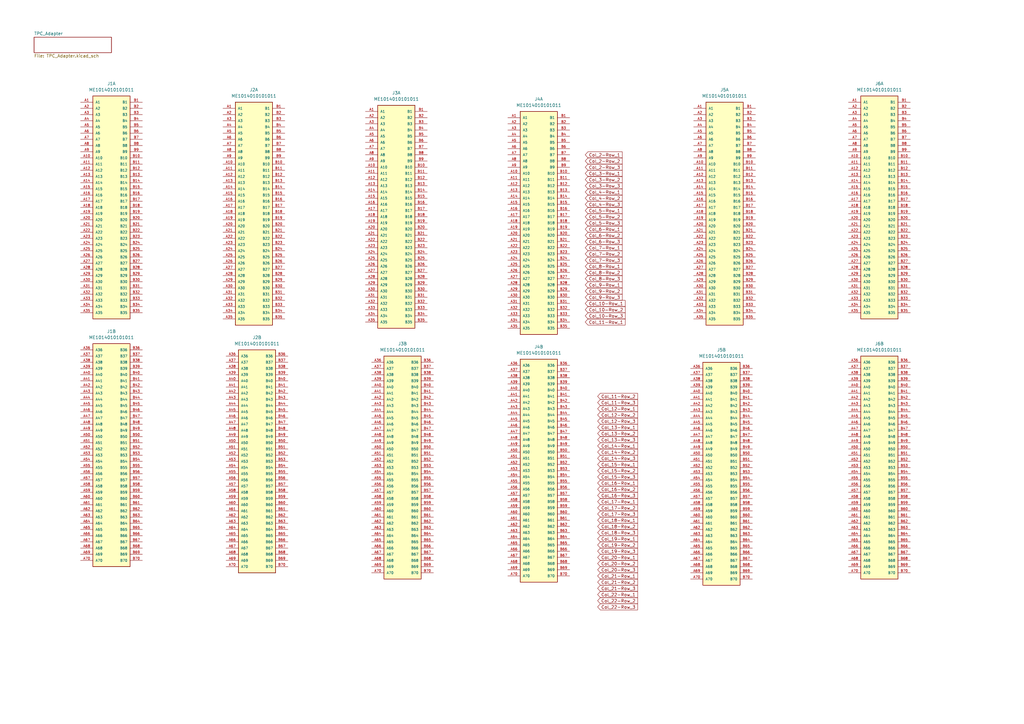
<source format=kicad_sch>
(kicad_sch (version 20231120) (generator "eeschema") (generator_version "8.0")
  (paper "A3")
  (lib_symbols
    (symbol "HYDRA_Amphenol_card:ME1014010101011" (pin_names (offset 1.016))
      (property "Reference" "J1" (at 0 50.8 0))
      (property "Value" "ME1014010101011" (at 0 48.26 0))
      (symbol "ME1014010101011_1_0"
        (rectangle (start -7.62 -45.72) (end 7.62 45.72) (stroke (width 0.254)) (fill (type background)))
        (pin passive line (at -12.7 43.18 0) (length 5.08) (name "A1") (number "A1"))
        (pin passive line (at -12.7 20.32 0) (length 5.08) (name "A10") (number "A10"))
        (pin passive line (at -12.7 17.78 0) (length 5.08) (name "A11") (number "A11"))
        (pin passive line (at -12.7 15.24 0) (length 5.08) (name "A12") (number "A12"))
        (pin passive line (at -12.7 12.7 0) (length 5.08) (name "A13") (number "A13"))
        (pin passive line (at -12.7 10.16 0) (length 5.08) (name "A14") (number "A14"))
        (pin passive line (at -12.7 7.62 0) (length 5.08) (name "A15") (number "A15"))
        (pin passive line (at -12.7 5.08 0) (length 5.08) (name "A16") (number "A16"))
        (pin passive line (at -12.7 2.54 0) (length 5.08) (name "A17") (number "A17"))
        (pin passive line (at -12.7 0 0) (length 5.08) (name "A18") (number "A18"))
        (pin passive line (at -12.7 -2.54 0) (length 5.08) (name "A19") (number "A19"))
        (pin passive line (at -12.7 40.64 0) (length 5.08) (name "A2") (number "A2"))
        (pin passive line (at -12.7 -5.08 0) (length 5.08) (name "A20") (number "A20"))
        (pin passive line (at -12.7 -7.62 0) (length 5.08) (name "A21") (number "A21"))
        (pin passive line (at -12.7 -10.16 0) (length 5.08) (name "A22") (number "A22"))
        (pin passive line (at -12.7 -12.7 0) (length 5.08) (name "A23") (number "A23"))
        (pin passive line (at -12.7 -15.24 0) (length 5.08) (name "A24") (number "A24"))
        (pin passive line (at -12.7 -17.78 0) (length 5.08) (name "A25") (number "A25"))
        (pin passive line (at -12.7 -20.32 0) (length 5.08) (name "A26") (number "A26"))
        (pin passive line (at -12.7 -22.86 0) (length 5.08) (name "A27") (number "A27"))
        (pin passive line (at -12.7 -25.4 0) (length 5.08) (name "A28") (number "A28"))
        (pin passive line (at -12.7 -27.94 0) (length 5.08) (name "A29") (number "A29"))
        (pin passive line (at -12.7 38.1 0) (length 5.08) (name "A3") (number "A3"))
        (pin passive line (at -12.7 -30.48 0) (length 5.08) (name "A30") (number "A30"))
        (pin passive line (at -12.7 -33.02 0) (length 5.08) (name "A31") (number "A31"))
        (pin passive line (at -12.7 -35.56 0) (length 5.08) (name "A32") (number "A32"))
        (pin passive line (at -12.7 -38.1 0) (length 5.08) (name "A33") (number "A33"))
        (pin passive line (at -12.7 -40.64 0) (length 5.08) (name "A34") (number "A34"))
        (pin passive line (at -12.7 -43.18 0) (length 5.08) (name "A35") (number "A35"))
        (pin passive line (at -12.7 35.56 0) (length 5.08) (name "A4") (number "A4"))
        (pin passive line (at -12.7 33.02 0) (length 5.08) (name "A5") (number "A5"))
        (pin passive line (at -12.7 30.48 0) (length 5.08) (name "A6") (number "A6"))
        (pin passive line (at -12.7 27.94 0) (length 5.08) (name "A7") (number "A7"))
        (pin passive line (at -12.7 25.4 0) (length 5.08) (name "A8") (number "A8"))
        (pin passive line (at -12.7 22.86 0) (length 5.08) (name "A9") (number "A9"))
        (pin passive line (at 12.7 43.18 180) (length 5.08) (name "B1") (number "B1"))
        (pin passive line (at 12.7 20.32 180) (length 5.08) (name "B10") (number "B10"))
        (pin passive line (at 12.7 17.78 180) (length 5.08) (name "B11") (number "B11"))
        (pin passive line (at 12.7 15.24 180) (length 5.08) (name "B12") (number "B12"))
        (pin passive line (at 12.7 12.7 180) (length 5.08) (name "B13") (number "B13"))
        (pin passive line (at 12.7 10.16 180) (length 5.08) (name "B14") (number "B14"))
        (pin passive line (at 12.7 7.62 180) (length 5.08) (name "B15") (number "B15"))
        (pin passive line (at 12.7 5.08 180) (length 5.08) (name "B16") (number "B16"))
        (pin passive line (at 12.7 2.54 180) (length 5.08) (name "B17") (number "B17"))
        (pin passive line (at 12.7 0 180) (length 5.08) (name "B18") (number "B18"))
        (pin passive line (at 12.7 -2.54 180) (length 5.08) (name "B19") (number "B19"))
        (pin passive line (at 12.7 40.64 180) (length 5.08) (name "B2") (number "B2"))
        (pin passive line (at 12.7 -5.08 180) (length 5.08) (name "B20") (number "B20"))
        (pin passive line (at 12.7 -7.62 180) (length 5.08) (name "B21") (number "B21"))
        (pin passive line (at 12.7 -10.16 180) (length 5.08) (name "B22") (number "B22"))
        (pin passive line (at 12.7 -12.7 180) (length 5.08) (name "B23") (number "B23"))
        (pin passive line (at 12.7 -15.24 180) (length 5.08) (name "B24") (number "B24"))
        (pin passive line (at 12.7 -17.78 180) (length 5.08) (name "B25") (number "B25"))
        (pin passive line (at 12.7 -20.32 180) (length 5.08) (name "B26") (number "B26"))
        (pin passive line (at 12.7 -22.86 180) (length 5.08) (name "B27") (number "B27"))
        (pin passive line (at 12.7 -25.4 180) (length 5.08) (name "B28") (number "B28"))
        (pin passive line (at 12.7 -27.94 180) (length 5.08) (name "B29") (number "B29"))
        (pin passive line (at 12.7 38.1 180) (length 5.08) (name "B3") (number "B3"))
        (pin passive line (at 12.7 -30.48 180) (length 5.08) (name "B30") (number "B30"))
        (pin passive line (at 12.7 -33.02 180) (length 5.08) (name "B31") (number "B31"))
        (pin passive line (at 12.7 -35.56 180) (length 5.08) (name "B32") (number "B32"))
        (pin passive line (at 12.7 -38.1 180) (length 5.08) (name "B33") (number "B33"))
        (pin passive line (at 12.7 -40.64 180) (length 5.08) (name "B34") (number "B34"))
        (pin passive line (at 12.7 -43.18 180) (length 5.08) (name "B35") (number "B35"))
        (pin passive line (at 12.7 35.56 180) (length 5.08) (name "B4") (number "B4"))
        (pin passive line (at 12.7 33.02 180) (length 5.08) (name "B5") (number "B5"))
        (pin passive line (at 12.7 30.48 180) (length 5.08) (name "B6") (number "B6"))
        (pin passive line (at 12.7 27.94 180) (length 5.08) (name "B7") (number "B7"))
        (pin passive line (at 12.7 25.4 180) (length 5.08) (name "B8") (number "B8"))
        (pin passive line (at 12.7 22.86 180) (length 5.08) (name "B9") (number "B9"))
      )
      (symbol "ME1014010101011_2_0"
        (rectangle (start -7.62 -45.72) (end 7.62 45.72) (stroke (width 0.254)) (fill (type background)))
        (pin passive line (at -12.7 43.18 0) (length 5.08) (name "A36") (number "A36"))
        (pin passive line (at -12.7 40.64 0) (length 5.08) (name "A37") (number "A37"))
        (pin passive line (at -12.7 38.1 0) (length 5.08) (name "A38") (number "A38"))
        (pin passive line (at -12.7 35.56 0) (length 5.08) (name "A39") (number "A39"))
        (pin passive line (at -12.7 33.02 0) (length 5.08) (name "A40") (number "A40"))
        (pin passive line (at -12.7 30.48 0) (length 5.08) (name "A41") (number "A41"))
        (pin passive line (at -12.7 27.94 0) (length 5.08) (name "A42") (number "A42"))
        (pin passive line (at -12.7 25.4 0) (length 5.08) (name "A43") (number "A43"))
        (pin passive line (at -12.7 22.86 0) (length 5.08) (name "A44") (number "A44"))
        (pin passive line (at -12.7 20.32 0) (length 5.08) (name "A45") (number "A45"))
        (pin passive line (at -12.7 17.78 0) (length 5.08) (name "A46") (number "A46"))
        (pin passive line (at -12.7 15.24 0) (length 5.08) (name "A47") (number "A47"))
        (pin passive line (at -12.7 12.7 0) (length 5.08) (name "A48") (number "A48"))
        (pin passive line (at -12.7 10.16 0) (length 5.08) (name "A49") (number "A49"))
        (pin passive line (at -12.7 7.62 0) (length 5.08) (name "A50") (number "A50"))
        (pin passive line (at -12.7 5.08 0) (length 5.08) (name "A51") (number "A51"))
        (pin passive line (at -12.7 2.54 0) (length 5.08) (name "A52") (number "A52"))
        (pin passive line (at -12.7 0 0) (length 5.08) (name "A53") (number "A53"))
        (pin passive line (at -12.7 -2.54 0) (length 5.08) (name "A54") (number "A54"))
        (pin passive line (at -12.7 -5.08 0) (length 5.08) (name "A55") (number "A55"))
        (pin passive line (at -12.7 -7.62 0) (length 5.08) (name "A56") (number "A56"))
        (pin passive line (at -12.7 -10.16 0) (length 5.08) (name "A57") (number "A57"))
        (pin passive line (at -12.7 -12.7 0) (length 5.08) (name "A58") (number "A58"))
        (pin passive line (at -12.7 -15.24 0) (length 5.08) (name "A59") (number "A59"))
        (pin passive line (at -12.7 -17.78 0) (length 5.08) (name "A60") (number "A60"))
        (pin passive line (at -12.7 -20.32 0) (length 5.08) (name "A61") (number "A61"))
        (pin passive line (at -12.7 -22.86 0) (length 5.08) (name "A62") (number "A62"))
        (pin passive line (at -12.7 -25.4 0) (length 5.08) (name "A63") (number "A63"))
        (pin passive line (at -12.7 -27.94 0) (length 5.08) (name "A64") (number "A64"))
        (pin passive line (at -12.7 -30.48 0) (length 5.08) (name "A65") (number "A65"))
        (pin passive line (at -12.7 -33.02 0) (length 5.08) (name "A66") (number "A66"))
        (pin passive line (at -12.7 -35.56 0) (length 5.08) (name "A67") (number "A67"))
        (pin passive line (at -12.7 -38.1 0) (length 5.08) (name "A68") (number "A68"))
        (pin passive line (at -12.7 -40.64 0) (length 5.08) (name "A69") (number "A69"))
        (pin passive line (at -12.7 -43.18 0) (length 5.08) (name "A70") (number "A70"))
        (pin passive line (at 12.7 43.18 180) (length 5.08) (name "B36") (number "B36"))
        (pin passive line (at 12.7 40.64 180) (length 5.08) (name "B37") (number "B37"))
        (pin passive line (at 12.7 38.1 180) (length 5.08) (name "B38") (number "B38"))
        (pin passive line (at 12.7 35.56 180) (length 5.08) (name "B39") (number "B39"))
        (pin passive line (at 12.7 33.02 180) (length 5.08) (name "B40") (number "B40"))
        (pin passive line (at 12.7 30.48 180) (length 5.08) (name "B41") (number "B41"))
        (pin passive line (at 12.7 27.94 180) (length 5.08) (name "B42") (number "B42"))
        (pin passive line (at 12.7 25.4 180) (length 5.08) (name "B43") (number "B43"))
        (pin passive line (at 12.7 22.86 180) (length 5.08) (name "B44") (number "B44"))
        (pin passive line (at 12.7 20.32 180) (length 5.08) (name "B45") (number "B45"))
        (pin passive line (at 12.7 17.78 180) (length 5.08) (name "B46") (number "B46"))
        (pin passive line (at 12.7 15.24 180) (length 5.08) (name "B47") (number "B47"))
        (pin passive line (at 12.7 12.7 180) (length 5.08) (name "B48") (number "B48"))
        (pin passive line (at 12.7 10.16 180) (length 5.08) (name "B49") (number "B49"))
        (pin passive line (at 12.7 7.62 180) (length 5.08) (name "B50") (number "B50"))
        (pin passive line (at 12.7 5.08 180) (length 5.08) (name "B51") (number "B51"))
        (pin passive line (at 12.7 2.54 180) (length 5.08) (name "B52") (number "B52"))
        (pin passive line (at 12.7 0 180) (length 5.08) (name "B53") (number "B53"))
        (pin passive line (at 12.7 -2.54 180) (length 5.08) (name "B54") (number "B54"))
        (pin passive line (at 12.7 -5.08 180) (length 5.08) (name "B55") (number "B55"))
        (pin passive line (at 12.7 -7.62 180) (length 5.08) (name "B56") (number "B56"))
        (pin passive line (at 12.7 -10.16 180) (length 5.08) (name "B57") (number "B57"))
        (pin passive line (at 12.7 -12.7 180) (length 5.08) (name "B58") (number "B58"))
        (pin passive line (at 12.7 -15.24 180) (length 5.08) (name "B59") (number "B59"))
        (pin passive line (at 12.7 -17.78 180) (length 5.08) (name "B60") (number "B60"))
        (pin passive line (at 12.7 -20.32 180) (length 5.08) (name "B61") (number "B61"))
        (pin passive line (at 12.7 -22.86 180) (length 5.08) (name "B62") (number "B62"))
        (pin passive line (at 12.7 -25.4 180) (length 5.08) (name "B63") (number "B63"))
        (pin passive line (at 12.7 -27.94 180) (length 5.08) (name "B64") (number "B64"))
        (pin passive line (at 12.7 -30.48 180) (length 5.08) (name "B65") (number "B65"))
        (pin passive line (at 12.7 -33.02 180) (length 5.08) (name "B66") (number "B66"))
        (pin passive line (at 12.7 -35.56 180) (length 5.08) (name "B67") (number "B67"))
        (pin passive line (at 12.7 -38.1 180) (length 5.08) (name "B68") (number "B68"))
        (pin passive line (at 12.7 -40.64 180) (length 5.08) (name "B69") (number "B69"))
        (pin passive line (at 12.7 -43.18 180) (length 5.08) (name "B70") (number "B70"))
      )
    )
    (symbol "ME1014010101011_1" (pin_names (offset 1.016))
      (property "Reference" "J1" (at 0 50.8 0))
      (property "Value" "ME1014010101011" (at 0 48.26 0))
      (symbol "ME1014010101011_1_1_0"
        (rectangle (start -7.62 -45.72) (end 7.62 45.72) (stroke (width 0.254)) (fill (type background)))
        (pin passive line (at -12.7 43.18 0) (length 5.08) (name "A1") (number "A1"))
        (pin passive line (at -12.7 20.32 0) (length 5.08) (name "A10") (number "A10"))
        (pin passive line (at -12.7 17.78 0) (length 5.08) (name "A11") (number "A11"))
        (pin passive line (at -12.7 15.24 0) (length 5.08) (name "A12") (number "A12"))
        (pin passive line (at -12.7 12.7 0) (length 5.08) (name "A13") (number "A13"))
        (pin passive line (at -12.7 10.16 0) (length 5.08) (name "A14") (number "A14"))
        (pin passive line (at -12.7 7.62 0) (length 5.08) (name "A15") (number "A15"))
        (pin passive line (at -12.7 5.08 0) (length 5.08) (name "A16") (number "A16"))
        (pin passive line (at -12.7 2.54 0) (length 5.08) (name "A17") (number "A17"))
        (pin passive line (at -12.7 0 0) (length 5.08) (name "A18") (number "A18"))
        (pin passive line (at -12.7 -2.54 0) (length 5.08) (name "A19") (number "A19"))
        (pin passive line (at -12.7 40.64 0) (length 5.08) (name "A2") (number "A2"))
        (pin passive line (at -12.7 -5.08 0) (length 5.08) (name "A20") (number "A20"))
        (pin passive line (at -12.7 -7.62 0) (length 5.08) (name "A21") (number "A21"))
        (pin passive line (at -12.7 -10.16 0) (length 5.08) (name "A22") (number "A22"))
        (pin passive line (at -12.7 -12.7 0) (length 5.08) (name "A23") (number "A23"))
        (pin passive line (at -12.7 -15.24 0) (length 5.08) (name "A24") (number "A24"))
        (pin passive line (at -12.7 -17.78 0) (length 5.08) (name "A25") (number "A25"))
        (pin passive line (at -12.7 -20.32 0) (length 5.08) (name "A26") (number "A26"))
        (pin passive line (at -12.7 -22.86 0) (length 5.08) (name "A27") (number "A27"))
        (pin passive line (at -12.7 -25.4 0) (length 5.08) (name "A28") (number "A28"))
        (pin passive line (at -12.7 -27.94 0) (length 5.08) (name "A29") (number "A29"))
        (pin passive line (at -12.7 38.1 0) (length 5.08) (name "A3") (number "A3"))
        (pin passive line (at -12.7 -30.48 0) (length 5.08) (name "A30") (number "A30"))
        (pin passive line (at -12.7 -33.02 0) (length 5.08) (name "A31") (number "A31"))
        (pin passive line (at -12.7 -35.56 0) (length 5.08) (name "A32") (number "A32"))
        (pin passive line (at -12.7 -38.1 0) (length 5.08) (name "A33") (number "A33"))
        (pin passive line (at -12.7 -40.64 0) (length 5.08) (name "A34") (number "A34"))
        (pin passive line (at -12.7 -43.18 0) (length 5.08) (name "A35") (number "A35"))
        (pin passive line (at -12.7 35.56 0) (length 5.08) (name "A4") (number "A4"))
        (pin passive line (at -12.7 33.02 0) (length 5.08) (name "A5") (number "A5"))
        (pin passive line (at -12.7 30.48 0) (length 5.08) (name "A6") (number "A6"))
        (pin passive line (at -12.7 27.94 0) (length 5.08) (name "A7") (number "A7"))
        (pin passive line (at -12.7 25.4 0) (length 5.08) (name "A8") (number "A8"))
        (pin passive line (at -12.7 22.86 0) (length 5.08) (name "A9") (number "A9"))
        (pin passive line (at 12.7 43.18 180) (length 5.08) (name "B1") (number "B1"))
        (pin passive line (at 12.7 20.32 180) (length 5.08) (name "B10") (number "B10"))
        (pin passive line (at 12.7 17.78 180) (length 5.08) (name "B11") (number "B11"))
        (pin passive line (at 12.7 15.24 180) (length 5.08) (name "B12") (number "B12"))
        (pin passive line (at 12.7 12.7 180) (length 5.08) (name "B13") (number "B13"))
        (pin passive line (at 12.7 10.16 180) (length 5.08) (name "B14") (number "B14"))
        (pin passive line (at 12.7 7.62 180) (length 5.08) (name "B15") (number "B15"))
        (pin passive line (at 12.7 5.08 180) (length 5.08) (name "B16") (number "B16"))
        (pin passive line (at 12.7 2.54 180) (length 5.08) (name "B17") (number "B17"))
        (pin passive line (at 12.7 0 180) (length 5.08) (name "B18") (number "B18"))
        (pin passive line (at 12.7 -2.54 180) (length 5.08) (name "B19") (number "B19"))
        (pin passive line (at 12.7 40.64 180) (length 5.08) (name "B2") (number "B2"))
        (pin passive line (at 12.7 -5.08 180) (length 5.08) (name "B20") (number "B20"))
        (pin passive line (at 12.7 -7.62 180) (length 5.08) (name "B21") (number "B21"))
        (pin passive line (at 12.7 -10.16 180) (length 5.08) (name "B22") (number "B22"))
        (pin passive line (at 12.7 -12.7 180) (length 5.08) (name "B23") (number "B23"))
        (pin passive line (at 12.7 -15.24 180) (length 5.08) (name "B24") (number "B24"))
        (pin passive line (at 12.7 -17.78 180) (length 5.08) (name "B25") (number "B25"))
        (pin passive line (at 12.7 -20.32 180) (length 5.08) (name "B26") (number "B26"))
        (pin passive line (at 12.7 -22.86 180) (length 5.08) (name "B27") (number "B27"))
        (pin passive line (at 12.7 -25.4 180) (length 5.08) (name "B28") (number "B28"))
        (pin passive line (at 12.7 -27.94 180) (length 5.08) (name "B29") (number "B29"))
        (pin passive line (at 12.7 38.1 180) (length 5.08) (name "B3") (number "B3"))
        (pin passive line (at 12.7 -30.48 180) (length 5.08) (name "B30") (number "B30"))
        (pin passive line (at 12.7 -33.02 180) (length 5.08) (name "B31") (number "B31"))
        (pin passive line (at 12.7 -35.56 180) (length 5.08) (name "B32") (number "B32"))
        (pin passive line (at 12.7 -38.1 180) (length 5.08) (name "B33") (number "B33"))
        (pin passive line (at 12.7 -40.64 180) (length 5.08) (name "B34") (number "B34"))
        (pin passive line (at 12.7 -43.18 180) (length 5.08) (name "B35") (number "B35"))
        (pin passive line (at 12.7 35.56 180) (length 5.08) (name "B4") (number "B4"))
        (pin passive line (at 12.7 33.02 180) (length 5.08) (name "B5") (number "B5"))
        (pin passive line (at 12.7 30.48 180) (length 5.08) (name "B6") (number "B6"))
        (pin passive line (at 12.7 27.94 180) (length 5.08) (name "B7") (number "B7"))
        (pin passive line (at 12.7 25.4 180) (length 5.08) (name "B8") (number "B8"))
        (pin passive line (at 12.7 22.86 180) (length 5.08) (name "B9") (number "B9"))
      )
      (symbol "ME1014010101011_1_2_0"
        (rectangle (start -7.62 -45.72) (end 7.62 45.72) (stroke (width 0.254)) (fill (type background)))
        (pin passive line (at -12.7 43.18 0) (length 5.08) (name "A36") (number "A36"))
        (pin passive line (at -12.7 40.64 0) (length 5.08) (name "A37") (number "A37"))
        (pin passive line (at -12.7 38.1 0) (length 5.08) (name "A38") (number "A38"))
        (pin passive line (at -12.7 35.56 0) (length 5.08) (name "A39") (number "A39"))
        (pin passive line (at -12.7 33.02 0) (length 5.08) (name "A40") (number "A40"))
        (pin passive line (at -12.7 30.48 0) (length 5.08) (name "A41") (number "A41"))
        (pin passive line (at -12.7 27.94 0) (length 5.08) (name "A42") (number "A42"))
        (pin passive line (at -12.7 25.4 0) (length 5.08) (name "A43") (number "A43"))
        (pin passive line (at -12.7 22.86 0) (length 5.08) (name "A44") (number "A44"))
        (pin passive line (at -12.7 20.32 0) (length 5.08) (name "A45") (number "A45"))
        (pin passive line (at -12.7 17.78 0) (length 5.08) (name "A46") (number "A46"))
        (pin passive line (at -12.7 15.24 0) (length 5.08) (name "A47") (number "A47"))
        (pin passive line (at -12.7 12.7 0) (length 5.08) (name "A48") (number "A48"))
        (pin passive line (at -12.7 10.16 0) (length 5.08) (name "A49") (number "A49"))
        (pin passive line (at -12.7 7.62 0) (length 5.08) (name "A50") (number "A50"))
        (pin passive line (at -12.7 5.08 0) (length 5.08) (name "A51") (number "A51"))
        (pin passive line (at -12.7 2.54 0) (length 5.08) (name "A52") (number "A52"))
        (pin passive line (at -12.7 0 0) (length 5.08) (name "A53") (number "A53"))
        (pin passive line (at -12.7 -2.54 0) (length 5.08) (name "A54") (number "A54"))
        (pin passive line (at -12.7 -5.08 0) (length 5.08) (name "A55") (number "A55"))
        (pin passive line (at -12.7 -7.62 0) (length 5.08) (name "A56") (number "A56"))
        (pin passive line (at -12.7 -10.16 0) (length 5.08) (name "A57") (number "A57"))
        (pin passive line (at -12.7 -12.7 0) (length 5.08) (name "A58") (number "A58"))
        (pin passive line (at -12.7 -15.24 0) (length 5.08) (name "A59") (number "A59"))
        (pin passive line (at -12.7 -17.78 0) (length 5.08) (name "A60") (number "A60"))
        (pin passive line (at -12.7 -20.32 0) (length 5.08) (name "A61") (number "A61"))
        (pin passive line (at -12.7 -22.86 0) (length 5.08) (name "A62") (number "A62"))
        (pin passive line (at -12.7 -25.4 0) (length 5.08) (name "A63") (number "A63"))
        (pin passive line (at -12.7 -27.94 0) (length 5.08) (name "A64") (number "A64"))
        (pin passive line (at -12.7 -30.48 0) (length 5.08) (name "A65") (number "A65"))
        (pin passive line (at -12.7 -33.02 0) (length 5.08) (name "A66") (number "A66"))
        (pin passive line (at -12.7 -35.56 0) (length 5.08) (name "A67") (number "A67"))
        (pin passive line (at -12.7 -38.1 0) (length 5.08) (name "A68") (number "A68"))
        (pin passive line (at -12.7 -40.64 0) (length 5.08) (name "A69") (number "A69"))
        (pin passive line (at -12.7 -43.18 0) (length 5.08) (name "A70") (number "A70"))
        (pin passive line (at 12.7 43.18 180) (length 5.08) (name "B36") (number "B36"))
        (pin passive line (at 12.7 40.64 180) (length 5.08) (name "B37") (number "B37"))
        (pin passive line (at 12.7 38.1 180) (length 5.08) (name "B38") (number "B38"))
        (pin passive line (at 12.7 35.56 180) (length 5.08) (name "B39") (number "B39"))
        (pin passive line (at 12.7 33.02 180) (length 5.08) (name "B40") (number "B40"))
        (pin passive line (at 12.7 30.48 180) (length 5.08) (name "B41") (number "B41"))
        (pin passive line (at 12.7 27.94 180) (length 5.08) (name "B42") (number "B42"))
        (pin passive line (at 12.7 25.4 180) (length 5.08) (name "B43") (number "B43"))
        (pin passive line (at 12.7 22.86 180) (length 5.08) (name "B44") (number "B44"))
        (pin passive line (at 12.7 20.32 180) (length 5.08) (name "B45") (number "B45"))
        (pin passive line (at 12.7 17.78 180) (length 5.08) (name "B46") (number "B46"))
        (pin passive line (at 12.7 15.24 180) (length 5.08) (name "B47") (number "B47"))
        (pin passive line (at 12.7 12.7 180) (length 5.08) (name "B48") (number "B48"))
        (pin passive line (at 12.7 10.16 180) (length 5.08) (name "B49") (number "B49"))
        (pin passive line (at 12.7 7.62 180) (length 5.08) (name "B50") (number "B50"))
        (pin passive line (at 12.7 5.08 180) (length 5.08) (name "B51") (number "B51"))
        (pin passive line (at 12.7 2.54 180) (length 5.08) (name "B52") (number "B52"))
        (pin passive line (at 12.7 0 180) (length 5.08) (name "B53") (number "B53"))
        (pin passive line (at 12.7 -2.54 180) (length 5.08) (name "B54") (number "B54"))
        (pin passive line (at 12.7 -5.08 180) (length 5.08) (name "B55") (number "B55"))
        (pin passive line (at 12.7 -7.62 180) (length 5.08) (name "B56") (number "B56"))
        (pin passive line (at 12.7 -10.16 180) (length 5.08) (name "B57") (number "B57"))
        (pin passive line (at 12.7 -12.7 180) (length 5.08) (name "B58") (number "B58"))
        (pin passive line (at 12.7 -15.24 180) (length 5.08) (name "B59") (number "B59"))
        (pin passive line (at 12.7 -17.78 180) (length 5.08) (name "B60") (number "B60"))
        (pin passive line (at 12.7 -20.32 180) (length 5.08) (name "B61") (number "B61"))
        (pin passive line (at 12.7 -22.86 180) (length 5.08) (name "B62") (number "B62"))
        (pin passive line (at 12.7 -25.4 180) (length 5.08) (name "B63") (number "B63"))
        (pin passive line (at 12.7 -27.94 180) (length 5.08) (name "B64") (number "B64"))
        (pin passive line (at 12.7 -30.48 180) (length 5.08) (name "B65") (number "B65"))
        (pin passive line (at 12.7 -33.02 180) (length 5.08) (name "B66") (number "B66"))
        (pin passive line (at 12.7 -35.56 180) (length 5.08) (name "B67") (number "B67"))
        (pin passive line (at 12.7 -38.1 180) (length 5.08) (name "B68") (number "B68"))
        (pin passive line (at 12.7 -40.64 180) (length 5.08) (name "B69") (number "B69"))
        (pin passive line (at 12.7 -43.18 180) (length 5.08) (name "B70") (number "B70"))
      )
    )
  )
  (global_label "Col_14-Row_2" (shape input) (at 245.11 185.42 0) (property "Intersheetrefs" "${INTERSHEET_REFS}" (effects (hide yes))))
  (global_label "Col_17-Row_2" (shape input) (at 245.11 208.28 0) (property "Intersheetrefs" "${INTERSHEET_REFS}" (effects (hide yes))))
  (global_label "Col_7-Row_2" (shape input) (at 240.03 104.14 0) (property "Intersheetrefs" "${INTERSHEET_REFS}" (effects (hide yes))))
  (global_label "Col_18-Row_1" (shape input) (at 245.11 213.36 0) (property "Intersheetrefs" "${INTERSHEET_REFS}" (effects (hide yes))))
  (global_label "Col_10-Row_1" (shape input) (at 240.03 124.46 0) (property "Intersheetrefs" "${INTERSHEET_REFS}" (effects (hide yes))))
  (global_label "Col_19-Row_2" (shape input) (at 245.11 223.52 0) (property "Intersheetrefs" "${INTERSHEET_REFS}" (effects (hide yes))))
  (global_label "Col_17-Row_1" (shape input) (at 245.11 205.74 0) (property "Intersheetrefs" "${INTERSHEET_REFS}" (effects (hide yes))))
  (global_label "Col_20-Row_3" (shape input) (at 245.11 233.68 0) (property "Intersheetrefs" "${INTERSHEET_REFS}" (effects (hide yes))))
  (global_label "Col_13-Row_3" (shape input) (at 245.11 180.34 0) (property "Intersheetrefs" "${INTERSHEET_REFS}" (effects (hide yes))))
  (global_label "Col_3-Row_2" (shape input) (at 240.03 73.66 0) (property "Intersheetrefs" "${INTERSHEET_REFS}" (effects (hide yes))))
  (global_label "Col_15-Row_2" (shape input) (at 245.11 193.04 0) (property "Intersheetrefs" "${INTERSHEET_REFS}" (effects (hide yes))))
  (global_label "Col_9-Row_1" (shape input) (at 240.03 116.84 0) (property "Intersheetrefs" "${INTERSHEET_REFS}" (effects (hide yes))))
  (global_label "Col_3-Row_3" (shape input) (at 240.03 76.2 0) (property "Intersheetrefs" "${INTERSHEET_REFS}" (effects (hide yes))))
  (global_label "Col_14-Row_1" (shape input) (at 245.11 182.88 0) (property "Intersheetrefs" "${INTERSHEET_REFS}" (effects (hide yes))))
  (global_label "Col_2-Row_1" (shape input) (at 240.03 63.5 0) (property "Intersheetrefs" "${INTERSHEET_REFS}" (effects (hide yes))))
  (global_label "Col_5-Row_1" (shape input) (at 240.03 86.36 0) (property "Intersheetrefs" "${INTERSHEET_REFS}" (effects (hide yes))))
  (global_label "Col_10-Row_3" (shape input) (at 240.03 129.54 0) (property "Intersheetrefs" "${INTERSHEET_REFS}" (effects (hide yes))))
  (global_label "Col_2-Row_2" (shape input) (at 240.03 66.04 0) (property "Intersheetrefs" "${INTERSHEET_REFS}" (effects (hide yes))))
  (global_label "Col_4-Row_1" (shape input) (at 240.03 78.74 0) (property "Intersheetrefs" "${INTERSHEET_REFS}" (effects (hide yes))))
  (global_label "Col_2-Row_3" (shape input) (at 240.03 68.58 0) (property "Intersheetrefs" "${INTERSHEET_REFS}" (effects (hide yes))))
  (global_label "Col_3-Row_1" (shape input) (at 240.03 71.12 0) (property "Intersheetrefs" "${INTERSHEET_REFS}" (effects (hide yes))))
  (global_label "Col_16-Row_1" (shape input) (at 245.11 198.12 0) (property "Intersheetrefs" "${INTERSHEET_REFS}" (effects (hide yes))))
  (global_label "Col_20-Row_2" (shape input) (at 245.11 231.14 0) (property "Intersheetrefs" "${INTERSHEET_REFS}" (effects (hide yes))))
  (global_label "Col_6-Row_3" (shape input) (at 240.03 99.06 0) (property "Intersheetrefs" "${INTERSHEET_REFS}" (effects (hide yes))))
  (global_label "Col_9-Row_3" (shape input) (at 240.03 121.92 0) (property "Intersheetrefs" "${INTERSHEET_REFS}" (effects (hide yes))))
  (global_label "Col_11-Row_1" (shape input) (at 240.03 132.08 0) (property "Intersheetrefs" "${INTERSHEET_REFS}" (effects (hide yes))))
  (global_label "Col_19-Row_3" (shape input) (at 245.11 226.06 0) (property "Intersheetrefs" "${INTERSHEET_REFS}" (effects (hide yes))))
  (global_label "Col_11-Row_2" (shape input) (at 245.11 162.56 0) (property "Intersheetrefs" "${INTERSHEET_REFS}" (effects (hide yes))))
  (global_label "Col_16-Row_3" (shape input) (at 245.11 203.2 0) (property "Intersheetrefs" "${INTERSHEET_REFS}" (effects (hide yes))))
  (global_label "Col_18-Row_2" (shape input) (at 245.11 215.9 0) (property "Intersheetrefs" "${INTERSHEET_REFS}" (effects (hide yes))))
  (global_label "Col_10-Row_2" (shape input) (at 240.03 127 0) (property "Intersheetrefs" "${INTERSHEET_REFS}" (effects (hide yes))))
  (global_label "Col_22-Row_2" (shape input) (at 245.11 246.38 0) (property "Intersheetrefs" "${INTERSHEET_REFS}" (effects (hide yes))))
  (global_label "Col_18-Row_3" (shape input) (at 245.11 218.44 0) (property "Intersheetrefs" "${INTERSHEET_REFS}" (effects (hide yes))))
  (global_label "Col_21-Row_2" (shape input) (at 245.11 238.76 0) (property "Intersheetrefs" "${INTERSHEET_REFS}" (effects (hide yes))))
  (global_label "Col_6-Row_1" (shape input) (at 240.03 93.98 0) (property "Intersheetrefs" "${INTERSHEET_REFS}" (effects (hide yes))))
  (global_label "Col_21-Row_3" (shape input) (at 245.11 241.3 0) (property "Intersheetrefs" "${INTERSHEET_REFS}" (effects (hide yes))))
  (global_label "Col_5-Row_2" (shape input) (at 240.03 88.9 0) (property "Intersheetrefs" "${INTERSHEET_REFS}" (effects (hide yes))))
  (global_label "Col_9-Row_2" (shape input) (at 240.03 119.38 0) (property "Intersheetrefs" "${INTERSHEET_REFS}" (effects (hide yes))))
  (global_label "Col_7-Row_3" (shape input) (at 240.03 106.68 0) (property "Intersheetrefs" "${INTERSHEET_REFS}" (effects (hide yes))))
  (global_label "Col_8-Row_2" (shape input) (at 240.03 111.76 0) (property "Intersheetrefs" "${INTERSHEET_REFS}" (effects (hide yes))))
  (global_label "Col_6-Row_2" (shape input) (at 240.03 96.52 0) (property "Intersheetrefs" "${INTERSHEET_REFS}" (effects (hide yes))))
  (global_label "Col_4-Row_2" (shape input) (at 240.03 81.28 0) (property "Intersheetrefs" "${INTERSHEET_REFS}" (effects (hide yes))))
  (global_label "Col_8-Row_1" (shape input) (at 240.03 109.22 0) (property "Intersheetrefs" "${INTERSHEET_REFS}" (effects (hide yes))))
  (global_label "Col_17-Row_3" (shape input) (at 245.11 210.82 0) (property "Intersheetrefs" "${INTERSHEET_REFS}" (effects (hide yes))))
  (global_label "Col_22-Row_1" (shape input) (at 245.11 243.84 0) (property "Intersheetrefs" "${INTERSHEET_REFS}" (effects (hide yes))))
  (global_label "Col_12-Row_2" (shape input) (at 245.11 170.18 0) (property "Intersheetrefs" "${INTERSHEET_REFS}" (effects (hide yes))))
  (global_label "Col_12-Row_1" (shape input) (at 245.11 167.64 0) (property "Intersheetrefs" "${INTERSHEET_REFS}" (effects (hide yes))))
  (global_label "Col_22-Row_3" (shape input) (at 245.11 248.92 0) (property "Intersheetrefs" "${INTERSHEET_REFS}" (effects (hide yes))))
  (global_label "Col_15-Row_1" (shape input) (at 245.11 190.5 0) (property "Intersheetrefs" "${INTERSHEET_REFS}" (effects (hide yes))))
  (global_label "Col_5-Row_3" (shape input) (at 240.03 91.44 0) (property "Intersheetrefs" "${INTERSHEET_REFS}" (effects (hide yes))))
  (global_label "Col_20-Row_1" (shape input) (at 245.11 228.6 0) (property "Intersheetrefs" "${INTERSHEET_REFS}" (effects (hide yes))))
  (global_label "Col_8-Row_3" (shape input) (at 240.03 114.3 0) (property "Intersheetrefs" "${INTERSHEET_REFS}" (effects (hide yes))))
  (global_label "Col_7-Row_1" (shape input) (at 240.03 101.6 0) (property "Intersheetrefs" "${INTERSHEET_REFS}" (effects (hide yes))))
  (global_label "Col_16-Row_2" (shape input) (at 245.11 200.66 0) (property "Intersheetrefs" "${INTERSHEET_REFS}" (effects (hide yes))))
  (global_label "Col_4-Row_3" (shape input) (at 240.03 83.82 0) (property "Intersheetrefs" "${INTERSHEET_REFS}" (effects (hide yes))))
  (global_label "Col_12-Row_3" (shape input) (at 245.11 172.72 0) (property "Intersheetrefs" "${INTERSHEET_REFS}" (effects (hide yes))))
  (global_label "Col_13-Row_2" (shape input) (at 245.11 177.8 0) (property "Intersheetrefs" "${INTERSHEET_REFS}" (effects (hide yes))))
  (global_label "Col_14-Row_3" (shape input) (at 245.11 187.96 0) (property "Intersheetrefs" "${INTERSHEET_REFS}" (effects (hide yes))))
  (global_label "Col_21-Row_1" (shape input) (at 245.11 236.22 0) (property "Intersheetrefs" "${INTERSHEET_REFS}" (effects (hide yes))))
  (global_label "Col_19-Row_1" (shape input) (at 245.11 220.98 0) (property "Intersheetrefs" "${INTERSHEET_REFS}" (effects (hide yes))))
  (global_label "Col_11-Row_3" (shape input) (at 245.11 165.1 0) (property "Intersheetrefs" "${INTERSHEET_REFS}" (effects (hide yes))))
  (global_label "Col_15-Row_3" (shape input) (at 245.11 195.58 0) (property "Intersheetrefs" "${INTERSHEET_REFS}" (effects (hide yes))))
  (global_label "Col_13-Row_1" (shape input) (at 245.11 175.26 0) (property "Intersheetrefs" "${INTERSHEET_REFS}" (effects (hide yes))))
  (symbol (lib_name "ME1014010101011_1") (lib_id "HYDRA_Amphenol_card:ME1014010101011") (at 295.91 194.31 0) (unit 2)
    (property "Reference" "J5" (at 295.91 143.51 0))
    (property "Value" "ME1014010101011" (at 295.91 146.05 0))
    (property "Footprint" "HYDRA_Amphenol_card_footprint:AMPHENOL_ME1014010101011" (effects (hide yes)))
    (property "PARTREV" "11" (effects (hide yes)))
    (property "STANDARD" "Manufacturer Recommendations" (effects (hide yes)))
    (property "SNAPEDA_PN" "ME1014010101011" (effects (hide yes)))
    (property "MAXIMUM_PACKAGE_HEIGHT" "9.1mm" (effects (hide yes)))
    (property "MANUFACTURER" "Amphenol" (effects (hide yes)))
  )
  (symbol (lib_id "HYDRA_Amphenol_card:ME1014010101011") (at 297.18 87.63 0) (unit 1)
    (property "Reference" "J5" (at 297.18 36.83 0))
    (property "Value" "ME1014010101011" (at 297.18 39.37 0))
    (property "Footprint" "HYDRA_Amphenol_card_footprint:AMPHENOL_ME1014010101011" (effects (hide yes)))
    (property "PARTREV" "11" (effects (hide yes)))
    (property "STANDARD" "Manufacturer Recommendations" (effects (hide yes)))
    (property "SNAPEDA_PN" "ME1014010101011" (effects (hide yes)))
    (property "MAXIMUM_PACKAGE_HEIGHT" "9.1mm" (effects (hide yes)))
    (property "MANUFACTURER" "Amphenol" (effects (hide yes)))
  )
  (symbol (lib_id "HYDRA_Amphenol_card:ME1014010101011") (at 360.68 85.09 0) (unit 1)
    (property "Reference" "J6" (at 360.68 34.29 0))
    (property "Value" "ME1014010101011" (at 360.68 36.83 0))
    (property "Footprint" "HYDRA_Amphenol_card_footprint:AMPHENOL_ME1014010101011" (effects (hide yes)))
    (property "PARTREV" "11" (effects (hide yes)))
    (property "STANDARD" "Manufacturer Recommendations" (effects (hide yes)))
    (property "SNAPEDA_PN" "ME1014010101011" (effects (hide yes)))
    (property "MAXIMUM_PACKAGE_HEIGHT" "9.1mm" (effects (hide yes)))
    (property "MANUFACTURER" "Amphenol" (effects (hide yes)))
  )
  (symbol (lib_id "HYDRA_Amphenol_card:ME1014010101011") (at 45.72 85.09 0) (unit 1)
    (property "Reference" "J1" (at 45.72 34.29 0))
    (property "Value" "ME1014010101011" (at 45.72 36.83 0))
    (property "Footprint" "HYDRA_Amphenol_card_footprint:AMPHENOL_ME1014010101011" (effects (hide yes)))
    (property "PARTREV" "11" (effects (hide yes)))
    (property "STANDARD" "Manufacturer Recommendations" (effects (hide yes)))
    (property "SNAPEDA_PN" "ME1014010101011" (effects (hide yes)))
    (property "MAXIMUM_PACKAGE_HEIGHT" "9.1mm" (effects (hide yes)))
    (property "MANUFACTURER" "Amphenol" (effects (hide yes)))
  )
  (symbol (lib_name "ME1014010101011_1") (lib_id "HYDRA_Amphenol_card:ME1014010101011") (at 105.41 189.23 0) (unit 2)
    (property "Reference" "J2" (at 105.41 138.43 0))
    (property "Value" "ME1014010101011" (at 105.41 140.97 0))
    (property "Footprint" "HYDRA_Amphenol_card_footprint:AMPHENOL_ME1014010101011" (effects (hide yes)))
    (property "PARTREV" "11" (effects (hide yes)))
    (property "STANDARD" "Manufacturer Recommendations" (effects (hide yes)))
    (property "SNAPEDA_PN" "ME1014010101011" (effects (hide yes)))
    (property "MAXIMUM_PACKAGE_HEIGHT" "9.1mm" (effects (hide yes)))
    (property "MANUFACTURER" "Amphenol" (effects (hide yes)))
  )
  (symbol (lib_id "HYDRA_Amphenol_card:ME1014010101011") (at 220.98 91.44 0) (unit 1)
    (property "Reference" "J4" (at 220.98 40.64 0))
    (property "Value" "ME1014010101011" (at 220.98 43.18 0))
    (property "Footprint" "HYDRA_Amphenol_card_footprint:AMPHENOL_ME1014010101011" (effects (hide yes)))
    (property "PARTREV" "11" (effects (hide yes)))
    (property "STANDARD" "Manufacturer Recommendations" (effects (hide yes)))
    (property "SNAPEDA_PN" "ME1014010101011" (effects (hide yes)))
    (property "MAXIMUM_PACKAGE_HEIGHT" "9.1mm" (effects (hide yes)))
    (property "MANUFACTURER" "Amphenol" (effects (hide yes)))
  )
  (symbol (lib_id "HYDRA_Amphenol_card:ME1014010101011") (at 162.56 88.9 0) (unit 1)
    (property "Reference" "J3" (at 162.56 38.1 0))
    (property "Value" "ME1014010101011" (at 162.56 40.64 0))
    (property "Footprint" "HYDRA_Amphenol_card_footprint:AMPHENOL_ME1014010101011" (effects (hide yes)))
    (property "PARTREV" "11" (effects (hide yes)))
    (property "STANDARD" "Manufacturer Recommendations" (effects (hide yes)))
    (property "SNAPEDA_PN" "ME1014010101011" (effects (hide yes)))
    (property "MAXIMUM_PACKAGE_HEIGHT" "9.1mm" (effects (hide yes)))
    (property "MANUFACTURER" "Amphenol" (effects (hide yes)))
  )
  (symbol (lib_name "ME1014010101011_1") (lib_id "HYDRA_Amphenol_card:ME1014010101011") (at 165.1 191.77 0) (unit 2)
    (property "Reference" "J3" (at 165.1 140.97 0))
    (property "Value" "ME1014010101011" (at 165.1 143.51 0))
    (property "Footprint" "HYDRA_Amphenol_card_footprint:AMPHENOL_ME1014010101011" (effects (hide yes)))
    (property "PARTREV" "11" (effects (hide yes)))
    (property "STANDARD" "Manufacturer Recommendations" (effects (hide yes)))
    (property "SNAPEDA_PN" "ME1014010101011" (effects (hide yes)))
    (property "MAXIMUM_PACKAGE_HEIGHT" "9.1mm" (effects (hide yes)))
    (property "MANUFACTURER" "Amphenol" (effects (hide yes)))
  )
  (symbol (lib_id "HYDRA_Amphenol_card:ME1014010101011") (at 104.14 87.63 0) (unit 1)
    (property "Reference" "J2" (at 104.14 36.83 0))
    (property "Value" "ME1014010101011" (at 104.14 39.37 0))
    (property "Footprint" "HYDRA_Amphenol_card_footprint:AMPHENOL_ME1014010101011" (effects (hide yes)))
    (property "PARTREV" "11" (effects (hide yes)))
    (property "STANDARD" "Manufacturer Recommendations" (effects (hide yes)))
    (property "SNAPEDA_PN" "ME1014010101011" (effects (hide yes)))
    (property "MAXIMUM_PACKAGE_HEIGHT" "9.1mm" (effects (hide yes)))
    (property "MANUFACTURER" "Amphenol" (effects (hide yes)))
  )
  (symbol (lib_name "ME1014010101011_1") (lib_id "HYDRA_Amphenol_card:ME1014010101011") (at 220.98 193.04 0) (unit 2)
    (property "Reference" "J4" (at 220.98 142.24 0))
    (property "Value" "ME1014010101011" (at 220.98 144.78 0))
    (property "Footprint" "HYDRA_Amphenol_card_footprint:AMPHENOL_ME1014010101011" (effects (hide yes)))
    (property "PARTREV" "11" (effects (hide yes)))
    (property "STANDARD" "Manufacturer Recommendations" (effects (hide yes)))
    (property "SNAPEDA_PN" "ME1014010101011" (effects (hide yes)))
    (property "MAXIMUM_PACKAGE_HEIGHT" "9.1mm" (effects (hide yes)))
    (property "MANUFACTURER" "Amphenol" (effects (hide yes)))
  )
  (symbol (lib_name "ME1014010101011_1") (lib_id "HYDRA_Amphenol_card:ME1014010101011") (at 360.68 191.77 0) (unit 2)
    (property "Reference" "J6" (at 360.68 140.97 0))
    (property "Value" "ME1014010101011" (at 360.68 143.51 0))
    (property "Footprint" "HYDRA_Amphenol_card_footprint:AMPHENOL_ME1014010101011" (effects (hide yes)))
    (property "PARTREV" "11" (effects (hide yes)))
    (property "STANDARD" "Manufacturer Recommendations" (effects (hide yes)))
    (property "SNAPEDA_PN" "ME1014010101011" (effects (hide yes)))
    (property "MAXIMUM_PACKAGE_HEIGHT" "9.1mm" (effects (hide yes)))
    (property "MANUFACTURER" "Amphenol" (effects (hide yes)))
  )
  (symbol (lib_name "ME1014010101011_1") (lib_id "HYDRA_Amphenol_card:ME1014010101011") (at 45.72 186.69 0) (unit 2)
    (property "Reference" "J1" (at 45.72 135.89 0))
    (property "Value" "ME1014010101011" (at 45.72 138.43 0))
    (property "Footprint" "HYDRA_Amphenol_card_footprint:AMPHENOL_ME1014010101011" (effects (hide yes)))
    (property "PARTREV" "11" (effects (hide yes)))
    (property "STANDARD" "Manufacturer Recommendations" (effects (hide yes)))
    (property "SNAPEDA_PN" "ME1014010101011" (effects (hide yes)))
    (property "MAXIMUM_PACKAGE_HEIGHT" "9.1mm" (effects (hide yes)))
    (property "MANUFACTURER" "Amphenol" (effects (hide yes)))
  )
  (sheet (at 13.97 15.24) (size 31.75 6.35) (stroke (width 0.1524))
    (property "Sheetname" "TPC_Adapter" (at 13.97 14.5284 0) (effects (justify left bottom)))
    (property "Sheetfile" "TPC_Adapter.kicad_sch" (at 13.97 22.1746 0) (effects (justify left top)))
  )
)
</source>
